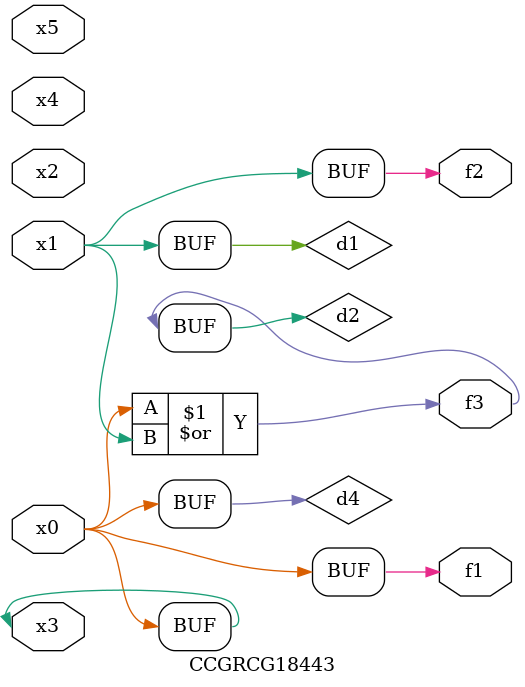
<source format=v>
module CCGRCG18443(
	input x0, x1, x2, x3, x4, x5,
	output f1, f2, f3
);

	wire d1, d2, d3, d4;

	and (d1, x1);
	or (d2, x0, x1);
	nand (d3, x0, x5);
	buf (d4, x0, x3);
	assign f1 = d4;
	assign f2 = d1;
	assign f3 = d2;
endmodule

</source>
